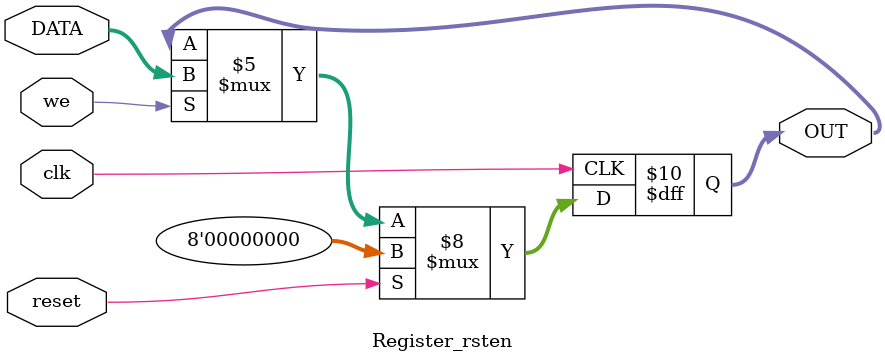
<source format=v>
module Register_rsten#(parameter WIDTH=8)
    (
	  input  clk, reset,we,
	  input	[WIDTH-1:0] DATA,
	  output reg [WIDTH-1:0] OUT
    );

initial begin
	OUT<=0;
end	
	 
always@(posedge clk) begin
	if (reset == 1'b1)
		OUT<={WIDTH{1'b0}};
	else if(we==1'b1)	
		OUT<=DATA;
end
	 
endmodule	 
</source>
